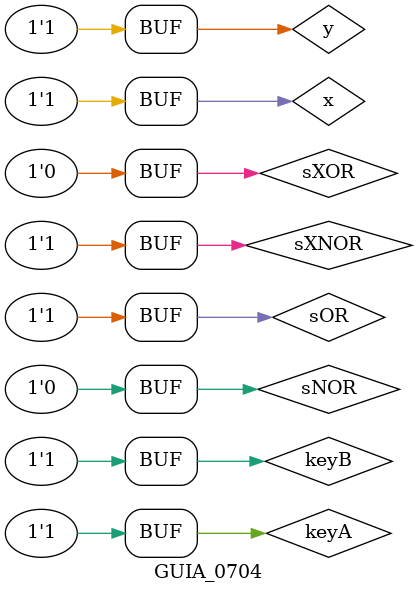
<source format=v>
/**
 * @file Guia_0704.v
 * @author 784778 - Wallace Freitas Oliveira (https://github.com/Olivwallace)
 * @brief Guia 07 Exercicio 04 - Arquitetura de Computadores I (PUC-Minas 1°/2023)
 * @date 19-03-2023
 */

 /*
 04.) Projetar e descrever em Verilog, usando portas nativas, uma unidade lógica (LU) com o acréscimo das operações
XOR e XNOR, , com uma saída só para ambas, para variáveis de entrada com 01 bit cada,  além de OR E NOR; na mesma 
situação. Os resultados de cada grupo serão selecionáveis  entre o grupo (XOR, XNOR) ou o grupo (OR, NOR), seleção (4x1).
O nome do arquivo deverá ser Guia_0704.v.
Incluir previsão de testes.
Simular o módulo no Logisim e apresentar layout do circuito e subcircuitos.
DICA: Usar para o sinal extra de 2 bits para a seleção (00-XNOR; 01-XOR;10-NOR; 11-OR).
 */

`timescale 1ps/1ps
`include "MultiMux.v"

module GUIA_0704;

    // ------------------------- Dados
    reg x, y, keyA, keyB;
    wire sXOR, sXNOR, sOR, sNOR; 
    wire sMUX;

    xor A(sXOR, x, y);
    xnor B(sXNOR, x, y);
    or C(sOR, x, y);
    nor D(sNOR, x, y);

    mux_4x1 MUX(sMUX, sXOR, sXNOR, sOR, sNOR, keyA, keyB);

    //Inicializacao de Valores
    initial begin
        x=1'b0; y=1'b0; keyA=1'b0; keyB=1'b0;
    end


    // ------------------------- Principal
    initial begin: main;

        $display("Guia_0704 - Teste");
        $display("USANDO 1 MUX 4x1, (00 - XOR | 01 - XNOR | 10 - OR | 11 - NOR)\n");

        // projetar testes do modulo
        $display("|  x  y  |  KEYS A B C |  S |");
        $monitor("| %2b %2b  |   %2b %2b   | %2b |", x, y, keyA, keyB, sMUX);

        //Testes com MUX 00 - XOR
        #1 x=1'b0; y=1'b1; keyA=1'b0; keyB=1'b0;
        #1 x=1'b1; y=1'b0; keyA=1'b0; keyB=1'b0;
        #1 x=1'b1; y=1'b1; keyA=1'b0; keyB=1'b0;

        //Teste com MUX 01 - XNOR
        #1 x=1'b0; y=1'b0; keyA=1'b0; keyB=1'b1;
        #1 x=1'b0; y=1'b1; keyA=1'b0; keyB=1'b1;
        #1 x=1'b1; y=1'b0; keyA=1'b0; keyB=1'b1;
        #1 x=1'b1; y=1'b1; keyA=1'b0; keyB=1'b1;

        //Teste com MUX 10 - OR
        #1 x=1'b0; y=1'b0; keyA=1'b1; keyB=1'b0;
        #1 x=1'b0; y=1'b1; keyA=1'b1; keyB=1'b0;
        #1 x=1'b1; y=1'b0; keyA=1'b1; keyB=1'b0;
        #1 x=1'b1; y=1'b1; keyA=1'b1; keyB=1'b0;

        //Teste com MUX 11 - NOR
        #1 x=1'b0; y=1'b0; keyA=1'b1; keyB=1'b1;
        #1 x=1'b0; y=1'b1; keyA=1'b1; keyB=1'b1;
        #1 x=1'b1; y=1'b0; keyA=1'b1; keyB=1'b1;
        #1 x=1'b1; y=1'b1; keyA=1'b1; keyB=1'b1;
    end //main
endmodule

</source>
